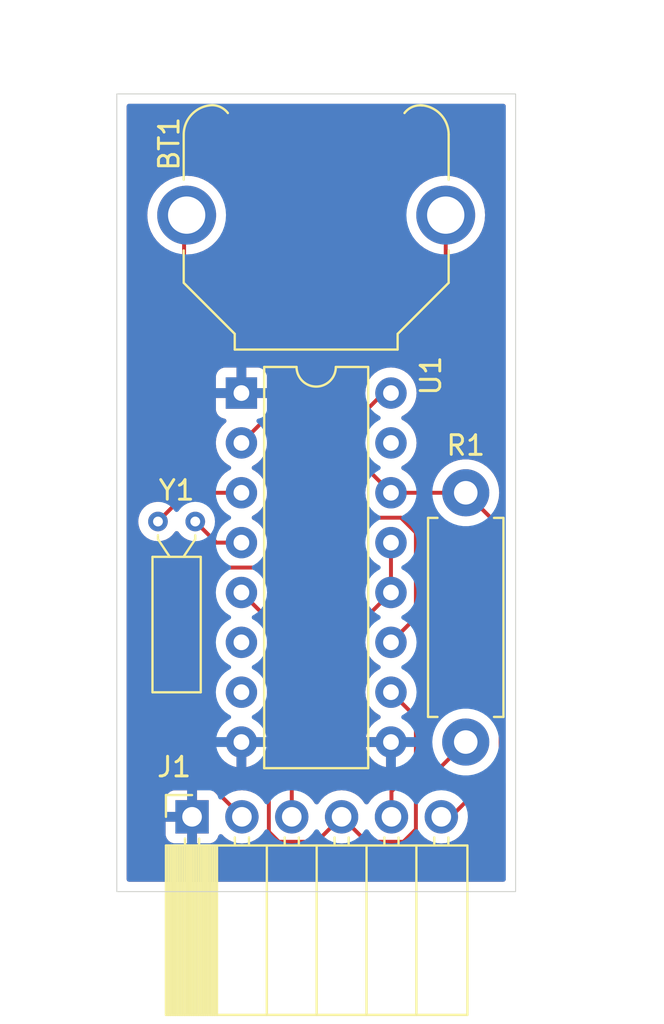
<source format=kicad_pcb>
(kicad_pcb (version 20240108) (generator "pcbnew") (generator_version "8.0")
  (layers (0 "F.Cu" signal) (31 "B.Cu" signal) (34 "B.Paste" user) (35 "F.Paste" user) (36 "B.SilkS" user "B.Silkscreen") (37 "F.SilkS" user "F.Silkscreen") (38 "B.Mask" user) (39 "F.Mask" user) (44 "Edge.Cuts" user))
  (net 0 "")
  (net 1 "Net-(BT1-+)")
  (net 2 "GND")
  (net 3 "CE")
  (net 4 "SCK")
  (net 5 "_IRQ")
  (net 6 "SDA")
  (net 7 "VCC")
  (net 9 "Net-(U1-X2)")
  (net 12 "Net-(U1-X1)")
  (footprint "Connector_PinSocket_2.54mm:PinSocket_1x06_P2.54mm_Horizontal" (layer "F.Cu") (at 91.465 114.3 90)
    (property "Reference" "J1" (at 2.54 -0.914 180) (layer "F.SilkS"))
    (property "Value" "Conn_01x06_Socket")
    (fp_line (start 1.11 -1.33) (end 1.11 0) (stroke (width 0.12)) (layer "F.SilkS"))
    (fp_line (start 0 -1.33) (end 1.11 -1.33) (stroke (width 0.12)) (layer "F.SilkS"))
    (fp_line (start -1.46 -1.33) (end -1.46 14.03) (stroke (width 0.12)) (layer "F.SilkS"))
    (fp_line (start -10.09 -1.33) (end -1.46 -1.33) (stroke (width 0.12)) (layer "F.SilkS"))
    (fp_line (start -10.09 -1.33) (end -10.09 14.03) (stroke (width 0.12)) (layer "F.SilkS"))
    (fp_line (start -10.09 -1.21) (end -1.46 -1.21) (stroke (width 0.12)) (layer "F.SilkS"))
    (fp_line (start -10.09 -1.091905) (end -1.46 -1.091905) (stroke (width 0.12)) (layer "F.SilkS"))
    (fp_line (start -10.09 -0.97381) (end -1.46 -0.97381) (stroke (width 0.12)) (layer "F.SilkS"))
    (fp_line (start -10.09 -0.855715) (end -1.46 -0.855715) (stroke (width 0.12)) (layer "F.SilkS"))
    (fp_line (start -10.09 -0.73762) (end -1.46 -0.73762) (stroke (width 0.12)) (layer "F.SilkS"))
    (fp_line (start -10.09 -0.619525) (end -1.46 -0.619525) (stroke (width 0.12)) (layer "F.SilkS"))
    (fp_line (start -10.09 -0.50143) (end -1.46 -0.50143) (stroke (width 0.12)) (layer "F.SilkS"))
    (fp_line (start -10.09 -0.383335) (end -1.46 -0.383335) (stroke (width 0.12)) (layer "F.SilkS"))
    (fp_line (start -1.46 -0.36) (end -1.11 -0.36) (stroke (width 0.12)) (layer "F.SilkS"))
    (fp_line (start -10.09 -0.26524) (end -1.46 -0.26524) (stroke (width 0.12)) (layer "F.SilkS"))
    (fp_line (start -10.09 -0.147145) (end -1.46 -0.147145) (stroke (width 0.12)) (layer "F.SilkS"))
    (fp_line (start -10.09 -0.02905) (end -1.46 -0.02905) (stroke (width 0.12)) (layer "F.SilkS"))
    (fp_line (start -10.09 0.089045) (end -1.46 0.089045) (stroke (width 0.12)) (layer "F.SilkS"))
    (fp_line (start -10.09 0.20714) (end -1.46 0.20714) (stroke (width 0.12)) (layer "F.SilkS"))
    (fp_line (start -10.09 0.325235) (end -1.46 0.325235) (stroke (width 0.12)) (layer "F.SilkS"))
    (fp_line (start -1.46 0.36) (end -1.11 0.36) (stroke (width 0.12)) (layer "F.SilkS"))
    (fp_line (start -10.09 0.44333) (end -1.46 0.44333) (stroke (width 0.12)) (layer "F.SilkS"))
    (fp_line (start -10.09 0.561425) (end -1.46 0.561425) (stroke (width 0.12)) (layer "F.SilkS"))
    (fp_line (start -10.09 0.67952) (end -1.46 0.67952) (stroke (width 0.12)) (layer "F.SilkS"))
    (fp_line (start -10.09 0.797615) (end -1.46 0.797615) (stroke (width 0.12)) (layer "F.SilkS"))
    (fp_line (start -10.09 0.91571) (end -1.46 0.91571) (stroke (width 0.12)) (layer "F.SilkS"))
    (fp_line (start -10.09 1.033805) (end -1.46 1.033805) (stroke (width 0.12)) (layer "F.SilkS"))
    (fp_line (start -10.09 1.1519) (end -1.46 1.1519) (stroke (width 0.12)) (layer "F.SilkS"))
    (fp_line (start -10.09 1.27) (end -1.46 1.27) (stroke (width 0.12)) (layer "F.SilkS"))
    (fp_line (start -1.46 2.18) (end -1.05 2.18) (stroke (width 0.12)) (layer "F.SilkS"))
    (fp_line (start -1.46 2.9) (end -1.05 2.9) (stroke (width 0.12)) (layer "F.SilkS"))
    (fp_line (start -10.09 3.81) (end -1.46 3.81) (stroke (width 0.12)) (layer "F.SilkS"))
    (fp_line (start -1.46 4.72) (end -1.05 4.72) (stroke (width 0.12)) (layer "F.SilkS"))
    (fp_line (start -1.46 5.44) (end -1.05 5.44) (stroke (width 0.12)) (layer "F.SilkS"))
    (fp_line (start -10.09 6.35) (end -1.46 6.35) (stroke (width 0.12)) (layer "F.SilkS"))
    (fp_line (start -1.46 7.26) (end -1.05 7.26) (stroke (width 0.12)) (layer "F.SilkS"))
    (fp_line (start -1.46 7.98) (end -1.05 7.98) (stroke (width 0.12)) (layer "F.SilkS"))
    (fp_line (start -10.09 8.89) (end -1.46 8.89) (stroke (width 0.12)) (layer "F.SilkS"))
    (fp_line (start -1.46 9.8) (end -1.05 9.8) (stroke (width 0.12)) (layer "F.SilkS"))
    (fp_line (start -1.46 10.52) (end -1.05 10.52) (stroke (width 0.12)) (layer "F.SilkS"))
    (fp_line (start -10.09 11.43) (end -1.46 11.43) (stroke (width 0.12)) (layer "F.SilkS"))
    (fp_line (start -1.46 12.34) (end -1.05 12.34) (stroke (width 0.12)) (layer "F.SilkS"))
    (fp_line (start -1.46 13.06) (end -1.05 13.06) (stroke (width 0.12)) (layer "F.SilkS"))
    (fp_line (start -10.09 14.03) (end -1.46 14.03) (stroke (width 0.12)) (layer "F.SilkS"))
    (pad "1" thru_hole rect (at 0 0 90) (size 1.7 1.7) (drill 1) (layers "*.Cu" "*.Mask") (net 2 "GND"))
    (pad "2" thru_hole oval (at 0 2.54 90) (size 1.7 1.7) (drill 1) (layers "*.Cu" "*.Mask") (net 4 "SCK"))
    (pad "3" thru_hole oval (at 0 5.08 90) (size 1.7 1.7) (drill 1) (layers "*.Cu" "*.Mask") (net 6 "SDA"))
    (pad "4" thru_hole oval (at 0 7.62 90) (size 1.7 1.7) (drill 1) (layers "*.Cu" "*.Mask") (net 5 "_IRQ"))
    (pad "5" thru_hole oval (at 0 10.16 90) (size 1.7 1.7) (drill 1) (layers "*.Cu" "*.Mask") (net 3 "CE"))
    (pad "6" thru_hole oval (at 0 12.7 90) (size 1.7 1.7) (drill 1) (layers "*.Cu" "*.Mask") (net 7 "VCC"))
  )
  (footprint "Battery:BatteryHolder_Keystone_3001_1x12mm" (layer "F.Cu") (at 97.789999 83.643826 180)
    (property "Reference" "BT1" (at 7.492999 3.633826 90) (layer "F.SilkS"))
    (property "Value" "Battery_Cell")
    (fp_line (start 6.75 1.8) (end 6.75 4.1) (stroke (width 0.12)) (layer "F.SilkS"))
    (fp_line (start 6.75 -3.45) (end 6.75 -1.8) (stroke (width 0.12)) (layer "F.SilkS"))
    (fp_line (start 4.15 -6.05) (end 6.75 -3.45) (stroke (width 0.12)) (layer "F.SilkS"))
    (fp_line (start 4.15 -6.85) (end 4.15 -6.05) (stroke (width 0.12)) (layer "F.SilkS"))
    (fp_line (start -4.15 -6.05) (end -4.15 -6.85) (stroke (width 0.12)) (layer "F.SilkS"))
    (fp_line (start -4.15 -6.85) (end 4.15 -6.85) (stroke (width 0.12)) (layer "F.SilkS"))
    (fp_line (start -6.75 1.8) (end -6.75 4.1) (stroke (width 0.12)) (layer "F.SilkS"))
    (fp_line (start -6.75 -1.8) (end -6.75 -3.45) (stroke (width 0.12)) (layer "F.SilkS"))
    (fp_line (start -6.75 -3.45) (end -4.15 -6.05) (stroke (width 0.12)) (layer "F.SilkS"))
    (fp_arc (start 6.75 4.1) (mid 6.32849 5.143373) (end 5.3 5.6) (stroke (width 0.12)) (layer "F.SilkS"))
    (fp_arc (start 5.3 5.6) (mid 4.853422 5.493156) (end 4.5 5.2) (stroke (width 0.12)) (layer "F.SilkS"))
    (fp_arc (start -4.5 5.2) (mid -4.90584 5.514615) (end -5.414615 5.58416) (stroke (width 0.12)) (layer "F.SilkS"))
    (fp_arc (start -5.3 5.6) (mid -6.32849 5.143374) (end -6.75 4.1) (stroke (width 0.12)) (layer "F.SilkS"))
    (pad "1" thru_hole circle (at -6.6 0 180) (size 3 3) (drill 1.9) (layers "*.Cu" "*.Mask") (net 1 "Net-(BT1-+)"))
    (pad "1" thru_hole circle (at 6.6 0 180) (size 3 3) (drill 1.9) (layers "*.Cu" "*.Mask") (net 1 "Net-(BT1-+)"))
    (pad "2" smd circle (at 0 0 180) (size 9 9) (layers "F.Cu" "F.Mask") (net 2 "GND"))
  )
  (footprint "Resistor_THT:R_Axial_DIN0411_L9.9mm_D3.6mm_P12.70mm_Horizontal" (layer "F.Cu") (at 105.41 97.79 -90)
    (property "Reference" "R1" (at -2.413 0 180) (layer "F.SilkS"))
    (property "Value" "4k7")
    (fp_line (start 1.28 1.92) (end 11.42 1.92) (stroke (width 0.12)) (layer "F.SilkS"))
    (fp_line (start 11.42 1.92) (end 11.42 1.44) (stroke (width 0.12)) (layer "F.SilkS"))
    (fp_line (start 1.28 1.44) (end 1.28 1.92) (stroke (width 0.12)) (layer "F.SilkS"))
    (fp_line (start 1.28 -1.44) (end 1.28 -1.92) (stroke (width 0.12)) (layer "F.SilkS"))
    (fp_line (start 1.28 -1.92) (end 11.42 -1.92) (stroke (width 0.12)) (layer "F.SilkS"))
    (fp_line (start 11.42 -1.92) (end 11.42 -1.44) (stroke (width 0.12)) (layer "F.SilkS"))
    (pad "1" thru_hole circle (at 0 0 270) (size 2.4 2.4) (drill 1.2) (layers "*.Cu" "*.Mask") (net 7 "VCC"))
    (pad "2" thru_hole oval (at 12.7 0 270) (size 2.4 2.4) (drill 1.2) (layers "*.Cu" "*.Mask") (net 5 "_IRQ"))
  )
  (footprint "Crystal:Crystal_C26-LF_D2.1mm_L6.5mm_Horizontal" (layer "F.Cu") (at 89.728 99.255)
    (property "Reference" "Y1" (at 0.95 -1.592 180) (layer "F.SilkS"))
    (property "Value" "Crystal")
    (fp_line (start -0.28 1.8) (end -0.28 8.7) (stroke (width 0.12)) (layer "F.SilkS"))
    (fp_line (start -0.28 8.7) (end 2.18 8.7) (stroke (width 0.12)) (layer "F.SilkS"))
    (fp_line (start 0 0.9) (end 0 0.7) (stroke (width 0.12)) (layer "F.SilkS"))
    (fp_line (start 0.6 1.8) (end 0 0.9) (stroke (width 0.12)) (layer "F.SilkS"))
    (fp_line (start 1.3 1.8) (end 1.9 0.9) (stroke (width 0.12)) (layer "F.SilkS"))
    (fp_line (start 1.9 0.9) (end 1.9 0.7) (stroke (width 0.12)) (layer "F.SilkS"))
    (fp_line (start 2.18 1.8) (end -0.28 1.8) (stroke (width 0.12)) (layer "F.SilkS"))
    (fp_line (start 2.18 8.7) (end 2.18 1.8) (stroke (width 0.12)) (layer "F.SilkS"))
    (pad "1" thru_hole circle (at 0 0) (size 1 1) (drill 0.5) (layers "*.Cu" "*.Mask") (net 12 "Net-(U1-X1)"))
    (pad "2" thru_hole circle (at 1.9 0) (size 1 1) (drill 0.5) (layers "*.Cu" "*.Mask") (net 9 "Net-(U1-X2)"))
  )
  (footprint "Package_DIP:DIP-16_W7.62mm" (layer "F.Cu") (at 93.98 92.71)
    (property "Reference" "U1" (at 9.652 -0.889 90) (layer "F.SilkS"))
    (property "Value" "~")
    (fp_line (start 1.16 -1.33) (end 1.16 19.11) (stroke (width 0.12)) (layer "F.SilkS"))
    (fp_line (start 1.16 19.11) (end 6.46 19.11) (stroke (width 0.12)) (layer "F.SilkS"))
    (fp_line (start 2.81 -1.33) (end 1.16 -1.33) (stroke (width 0.12)) (layer "F.SilkS"))
    (fp_line (start 6.46 -1.33) (end 4.81 -1.33) (stroke (width 0.12)) (layer "F.SilkS"))
    (fp_line (start 6.46 19.11) (end 6.46 -1.33) (stroke (width 0.12)) (layer "F.SilkS"))
    (fp_arc (start 4.81 -1.33) (mid 3.81 -0.33) (end 2.81 -1.33) (stroke (width 0.12)) (layer "F.SilkS"))
    (pad "1" thru_hole rect (at 0 0) (size 1.6 1.6) (drill 0.8) (layers "*.Cu" "*.Mask") (net 2 "GND"))
    (pad "2" thru_hole oval (at 0 2.54) (size 1.6 1.6) (drill 0.8) (layers "*.Cu" "*.Mask") (net 1 "Net-(BT1-+)"))
    (pad "3" thru_hole oval (at 0 5.08) (size 1.6 1.6) (drill 0.8) (layers "*.Cu" "*.Mask") (net 12 "Net-(U1-X1)"))
    (pad "4" thru_hole oval (at 0 7.62) (size 1.6 1.6) (drill 0.8) (layers "*.Cu" "*.Mask") (net 9 "Net-(U1-X2)"))
    (pad "5" thru_hole oval (at 0 10.16) (size 1.6 1.6) (drill 0.8) (layers "*.Cu" "*.Mask") (net 5 "_IRQ"))
    (pad "6" thru_hole oval (at 0 12.7) (size 1.6 1.6) (drill 0.8) (layers "*.Cu" "*.Mask"))
    (pad "7" thru_hole oval (at 0 15.24) (size 1.6 1.6) (drill 0.8) (layers "*.Cu" "*.Mask"))
    (pad "8" thru_hole oval (at 0 17.78) (size 1.6 1.6) (drill 0.8) (layers "*.Cu" "*.Mask") (net 2 "GND"))
    (pad "9" thru_hole oval (at 7.62 17.78) (size 1.6 1.6) (drill 0.8) (layers "*.Cu" "*.Mask") (net 2 "GND"))
    (pad "10" thru_hole oval (at 7.62 15.24) (size 1.6 1.6) (drill 0.8) (layers "*.Cu" "*.Mask") (net 3 "CE"))
    (pad "11" thru_hole oval (at 7.62 12.7) (size 1.6 1.6) (drill 0.8) (layers "*.Cu" "*.Mask") (net 4 "SCK"))
    (pad "12" thru_hole oval (at 7.62 10.16) (size 1.6 1.6) (drill 0.8) (layers "*.Cu" "*.Mask") (net 6 "SDA"))
    (pad "13" thru_hole oval (at 7.62 7.62) (size 1.6 1.6) (drill 0.8) (layers "*.Cu" "*.Mask") (net 6 "SDA"))
    (pad "14" thru_hole oval (at 7.62 5.08) (size 1.6 1.6) (drill 0.8) (layers "*.Cu" "*.Mask") (net 7 "VCC"))
    (pad "15" thru_hole oval (at 7.62 2.54) (size 1.6 1.6) (drill 0.8) (layers "*.Cu" "*.Mask"))
    (pad "16" thru_hole oval (at 7.62 0) (size 1.6 1.6) (drill 0.8) (layers "*.Cu" "*.Mask") (net 7 "VCC"))
  )
  (gr_rect (start 87.63 77.47) (end 107.95 118.11) (stroke (width 0.05)) (fill none) (layer "Edge.Cuts"))
  (segment (start 91.059 86.487) (end 91.059 83.774825) (width 0.2) (layer "F.Cu") (net 1))
  (segment (start 96.191 89.998) (end 96.191 93.039) (width 0.2) (layer "F.Cu") (net 1))
  (segment (start 96.393 89.998) (end 94.57 89.998) (width 0.2) (layer "F.Cu") (net 1))
  (segment (start 100.756 89.998) (end 96.393 89.998) (width 0.2) (layer "F.Cu") (net 1))
  (segment (start 96.191 93.039) (end 93.98 95.25) (width 0.2) (layer "F.Cu") (net 1))
  (segment (start 96.393 89.998) (end 96.191 89.998) (width 0.2) (layer "F.Cu") (net 1))
  (segment (start 104.389999 86.364001) (end 100.756 89.998) (width 0.2) (layer "F.Cu") (net 1))
  (segment (start 91.059 83.774825) (end 91.189999 83.643826) (width 0.2) (layer "F.Cu") (net 1))
  (segment (start 104.389999 83.643826) (end 104.389999 86.364001) (width 0.2) (layer "F.Cu") (net 1))
  (segment (start 94.57 89.998) (end 91.059 86.487) (width 0.2) (layer "F.Cu") (net 1))
  (segment (start 102.87 109.22) (end 101.6 107.95) (width 0.2) (layer "F.Cu") (net 3))
  (segment (start 101.625 114.3) (end 101.625 113.005) (width 0.2) (layer "F.Cu") (net 3))
  (segment (start 101.625 113.005) (end 102.87 111.76) (width 0.2) (layer "F.Cu") (net 3))
  (segment (start 102.87 111.76) (end 102.87 109.22) (width 0.2) (layer "F.Cu") (net 3))
  (segment (start 92.329 102.235) (end 92.964 101.6) (width 0.2) (layer "F.Cu") (net 4))
  (segment (start 102.108 99.06) (end 102.87 99.822) (width 0.2) (layer "F.Cu") (net 4))
  (segment (start 98.044 101.6) (end 100.584 99.06) (width 0.2) (layer "F.Cu") (net 4))
  (segment (start 92.964 101.6) (end 98.044 101.6) (width 0.2) (layer "F.Cu") (net 4))
  (segment (start 102.87 104.14) (end 101.6 105.41) (width 0.2) (layer "F.Cu") (net 4))
  (segment (start 92.329 112.624) (end 92.329 102.235) (width 0.2) (layer "F.Cu") (net 4))
  (segment (start 100.584 99.06) (end 102.108 99.06) (width 0.2) (layer "F.Cu") (net 4))
  (segment (start 94.005 114.3) (end 94.005 113.894) (width 0.2) (layer "F.Cu") (net 4))
  (segment (start 94.005 114.3) (end 92.329 112.624) (width 0.2) (layer "F.Cu") (net 4))
  (segment (start 102.87 99.822) (end 102.87 104.14) (width 0.2) (layer "F.Cu") (net 4))
  (segment (start 95.885 115.57) (end 95.377 115.062) (width 0.2) (layer "F.Cu") (net 5))
  (segment (start 105.41 110.49) (end 102.87 113.03) (width 0.2) (layer "F.Cu") (net 5))
  (segment (start 102.87 113.03) (end 102.87 114.935) (width 0.2) (layer "F.Cu") (net 5))
  (segment (start 100.355 115.57) (end 99.085 114.3) (width 0.2) (layer "F.Cu") (net 5))
  (segment (start 97.815 115.57) (end 95.885 115.57) (width 0.2) (layer "F.Cu") (net 5))
  (segment (start 95.377 104.267) (end 93.98 102.87) (width 0.2) (layer "F.Cu") (net 5))
  (segment (start 102.87 114.935) (end 102.235 115.57) (width 0.2) (layer "F.Cu") (net 5))
  (segment (start 95.377 115.062) (end 95.377 104.267) (width 0.2) (layer "F.Cu") (net 5))
  (segment (start 102.235 115.57) (end 100.355 115.57) (width 0.2) (layer "F.Cu") (net 5))
  (segment (start 99.085 114.3) (end 97.815 115.57) (width 0.2) (layer "F.Cu") (net 5))
  (segment (start 101.6 100.33) (end 101.6 102.87) (width 0.2) (layer "F.Cu") (net 6))
  (segment (start 96.545 107.925) (end 96.545 114.3) (width 0.2) (layer "F.Cu") (net 6))
  (segment (start 101.6 102.87) (end 96.545 107.925) (width 0.2) (layer "F.Cu") (net 6))
  (segment (start 105.41 97.79) (end 101.6 97.79) (width 0.2) (layer "F.Cu") (net 7))
  (segment (start 104.165 114.3) (end 104.648 114.3) (width 0.2) (layer "F.Cu") (net 7))
  (segment (start 100.076 93.853) (end 100.076 96.266) (width 0.2) (layer "F.Cu") (net 7))
  (segment (start 101.6 92.71) (end 101.219 92.71) (width 0.2) (layer "F.Cu") (net 7))
  (segment (start 104.648 114.3) (end 107.188 111.76) (width 0.2) (layer "F.Cu") (net 7))
  (segment (start 101.219 92.71) (end 100.076 93.853) (width 0.2) (layer "F.Cu") (net 7))
  (segment (start 107.188 99.568) (end 105.41 97.79) (width 0.2) (layer "F.Cu") (net 7))
  (segment (start 107.188 111.76) (end 107.188 99.568) (width 0.2) (layer "F.Cu") (net 7))
  (segment (start 100.076 96.266) (end 101.6 97.79) (width 0.2) (layer "F.Cu") (net 7))
  (segment (start 93.98 100.33) (end 92.703 100.33) (width 0.2) (layer "F.Cu") (net 9))
  (segment (start 92.703 100.33) (end 91.628 99.255) (width 0.2) (layer "F.Cu") (net 9))
  (segment (start 89.728 99.255) (end 91.193 97.79) (width 0.2) (layer "F.Cu") (net 12))
  (segment (start 91.193 97.79) (end 93.98 97.79) (width 0.2) (layer "F.Cu") (net 12))
  (zone (net 2) (net_name "GND") (layers "F&B.Cu") (connect_pads (clearance 0.5)) (min_thickness 0.25) (fill yes (thermal_gap 0.5) (thermal_bridge_width 0.5))
    (polygon (pts (xy 86.36 119.38) (xy 109.22 119.38) (xy 109.347 76.327) (xy 86.36 76.2)))
  )
)
</source>
